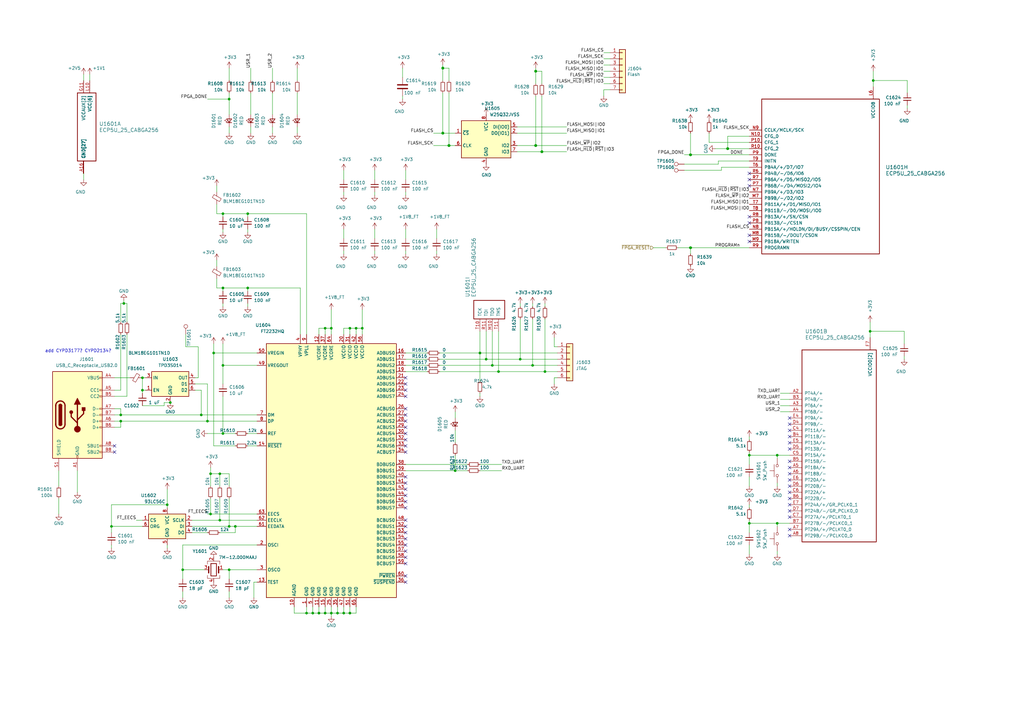
<source format=kicad_sch>
(kicad_sch (version 20211123) (generator eeschema)
  (paper "A3")
  (junction (at 130.81 251.46) (diameter 0.9144))
  (junction (at 93.98 215.9) (diameter 0.9144))
  (junction (at 93.98 233.68) (diameter 0.9144))
  (junction (at 49.53 172.72) (diameter 0.9144))
  (junction (at 307.34 214.63) (diameter 0.9144))
  (junction (at 93.98 40.64) (diameter 0.9144))
  (junction (at 218.44 149.86) (diameter 0.9144))
  (junction (at 181.61 27.94) (diameter 1.016))
  (junction (at 140.97 251.46) (diameter 0.9144))
  (junction (at 90.17 194.31) (diameter 0.9144))
  (junction (at 219.71 29.21) (diameter 1.016))
  (junction (at 181.61 54.61) (diameter 1.016))
  (junction (at 45.72 215.9) (diameter 0.9144))
  (junction (at 125.73 251.46) (diameter 0.9144))
  (junction (at 219.71 59.69) (diameter 1.016))
  (junction (at 199.39 147.32) (diameter 0.9144))
  (junction (at 138.43 251.46) (diameter 0.9144))
  (junction (at 58.42 154.94) (diameter 0.9144))
  (junction (at 101.6 118.11) (diameter 0.9144))
  (junction (at 148.59 134.62) (diameter 0.9144))
  (junction (at 146.05 134.62) (diameter 0.9144))
  (junction (at 49.53 170.18) (diameter 0.9144))
  (junction (at 143.51 134.62) (diameter 0.9144))
  (junction (at 128.27 251.46) (diameter 0.9144))
  (junction (at 86.36 194.31) (diameter 0.9144))
  (junction (at 135.89 251.46) (diameter 0.9144))
  (junction (at 358.14 33.02) (diameter 0.9144))
  (junction (at 307.34 186.69) (diameter 0.9144))
  (junction (at 74.93 233.68) (diameter 0.9144))
  (junction (at 184.15 59.69) (diameter 1.016))
  (junction (at 69.85 165.1) (diameter 0.9144))
  (junction (at 201.93 149.86) (diameter 0.9144))
  (junction (at 186.69 193.04) (diameter 0.9144))
  (junction (at 133.35 251.46) (diameter 0.9144))
  (junction (at 68.58 207.01) (diameter 0.9144))
  (junction (at 283.21 63.5) (diameter 1.016))
  (junction (at 82.55 170.18) (diameter 0.9144))
  (junction (at 356.87 135.89) (diameter 0.9144))
  (junction (at 222.25 62.23) (diameter 1.016))
  (junction (at 50.8 124.46) (diameter 0.9144))
  (junction (at 58.42 160.02) (diameter 0.9144))
  (junction (at 91.44 149.86) (diameter 0.9144))
  (junction (at 196.85 144.78) (diameter 0.9144))
  (junction (at 223.52 152.4) (diameter 0.9144))
  (junction (at 204.47 152.4) (diameter 0.9144))
  (junction (at 133.35 134.62) (diameter 0.9144))
  (junction (at 101.6 87.63) (diameter 0.9144))
  (junction (at 213.36 147.32) (diameter 0.9144))
  (junction (at 90.17 213.36) (diameter 0.9144))
  (junction (at 91.44 177.8) (diameter 0.9144))
  (junction (at 86.36 210.82) (diameter 0.9144))
  (junction (at 96.52 215.9) (diameter 0.9144))
  (junction (at 318.77 214.63) (diameter 0.9144))
  (junction (at 85.09 172.72) (diameter 0.9144))
  (junction (at 298.45 60.96) (diameter 1.016))
  (junction (at 283.21 101.6) (diameter 1.016))
  (junction (at 318.77 186.69) (diameter 0.9144))
  (junction (at 91.44 87.63) (diameter 0.9144))
  (junction (at 143.51 251.46) (diameter 0.9144))
  (junction (at 135.89 134.62) (diameter 0.9144))
  (junction (at 91.44 118.11) (diameter 0.9144))
  (junction (at 87.63 144.78) (diameter 0.9144))
  (no_connect (at 166.37 205.74))
  (no_connect (at 166.37 223.52))
  (no_connect (at 166.37 203.2))
  (no_connect (at 323.85 184.15))
  (no_connect (at 166.37 170.18))
  (no_connect (at 323.85 191.77))
  (no_connect (at 166.37 177.8))
  (no_connect (at 323.85 209.55))
  (no_connect (at 166.37 231.14))
  (no_connect (at 166.37 226.06))
  (no_connect (at 323.85 204.47))
  (no_connect (at 166.37 195.58))
  (no_connect (at 323.85 199.39))
  (no_connect (at 166.37 167.64))
  (no_connect (at 323.85 196.85))
  (no_connect (at 323.85 171.45))
  (no_connect (at 323.85 179.07))
  (no_connect (at 166.37 185.42))
  (no_connect (at 307.34 91.44))
  (no_connect (at 166.37 220.98))
  (no_connect (at 307.34 71.12))
  (no_connect (at 323.85 212.09))
  (no_connect (at 307.34 76.2))
  (no_connect (at 166.37 218.44))
  (no_connect (at 323.85 173.99))
  (no_connect (at 166.37 160.02))
  (no_connect (at 166.37 200.66))
  (no_connect (at 166.37 213.36))
  (no_connect (at 323.85 176.53))
  (no_connect (at 166.37 236.22))
  (no_connect (at 166.37 175.26))
  (no_connect (at 166.37 198.12))
  (no_connect (at 166.37 238.76))
  (no_connect (at 166.37 172.72))
  (no_connect (at 46.99 185.42))
  (no_connect (at 166.37 182.88))
  (no_connect (at 166.37 208.28))
  (no_connect (at 166.37 154.94))
  (no_connect (at 307.34 96.52))
  (no_connect (at 307.34 88.9))
  (no_connect (at 166.37 180.34))
  (no_connect (at 323.85 181.61))
  (no_connect (at 323.85 201.93))
  (no_connect (at 323.85 194.31))
  (no_connect (at 323.85 219.71))
  (no_connect (at 323.85 207.01))
  (no_connect (at 323.85 189.23))
  (no_connect (at 166.37 215.9))
  (no_connect (at 323.85 217.17))
  (no_connect (at 166.37 157.48))
  (no_connect (at 166.37 162.56))
  (no_connect (at 307.34 99.06))
  (no_connect (at 166.37 228.6))
  (no_connect (at 307.34 73.66))
  (no_connect (at 46.99 182.88))
  (wire (pts (xy 307.34 207.01) (xy 307.34 208.28)))
  (wire (pts (xy 166.37 147.32) (xy 175.26 147.32)))
  (wire (pts (xy 111.76 38.1) (xy 111.76 46.99)))
  (wire (pts (xy 180.34 152.4) (xy 204.47 152.4)))
  (wire (pts (xy 298.45 55.88) (xy 298.45 60.96)))
  (wire (pts (xy 247.65 29.21) (xy 250.19 29.21)))
  (wire (pts (xy 370.84 135.89) (xy 356.87 135.89)))
  (wire (pts (xy 320.04 163.83) (xy 323.85 163.83)))
  (wire (pts (xy 101.6 182.88) (xy 105.41 182.88)))
  (wire (pts (xy 78.74 213.36) (xy 90.17 213.36)))
  (wire (pts (xy 219.71 39.37) (xy 219.71 59.69)))
  (wire (pts (xy 91.44 149.86) (xy 91.44 157.48)))
  (wire (pts (xy 46.99 154.94) (xy 53.34 154.94)))
  (wire (pts (xy 219.71 59.69) (xy 232.41 59.69)))
  (wire (pts (xy 34.29 30.48) (xy 34.29 33.02)))
  (wire (pts (xy 143.51 251.46) (xy 140.97 251.46)))
  (wire (pts (xy 93.98 52.07) (xy 93.98 54.61)))
  (wire (pts (xy 49.53 172.72) (xy 85.09 172.72)))
  (wire (pts (xy 50.8 123.19) (xy 50.8 124.46)))
  (wire (pts (xy 247.65 36.83) (xy 247.65 39.37)))
  (wire (pts (xy 88.9 106.68) (xy 88.9 109.22)))
  (wire (pts (xy 82.55 170.18) (xy 105.41 170.18)))
  (wire (pts (xy 212.09 62.23) (xy 222.25 62.23)))
  (wire (pts (xy 85.09 157.48) (xy 85.09 172.72)))
  (wire (pts (xy 49.53 170.18) (xy 82.55 170.18)))
  (wire (pts (xy 91.44 140.97) (xy 91.44 149.86)))
  (wire (pts (xy 213.36 130.81) (xy 213.36 147.32)))
  (wire (pts (xy 320.04 168.91) (xy 323.85 168.91)))
  (wire (pts (xy 121.92 27.94) (xy 121.92 33.02)))
  (wire (pts (xy 166.37 193.04) (xy 186.69 193.04)))
  (wire (pts (xy 34.29 71.12) (xy 34.29 73.66)))
  (wire (pts (xy 90.17 204.47) (xy 90.17 213.36)))
  (wire (pts (xy 184.15 27.94) (xy 181.61 27.94)))
  (wire (pts (xy 247.65 24.13) (xy 250.19 24.13)))
  (wire (pts (xy 280.67 69.85) (xy 295.91 69.85)))
  (wire (pts (xy 24.13 193.04) (xy 24.13 199.39)))
  (wire (pts (xy 105.41 149.86) (xy 91.44 149.86)))
  (wire (pts (xy 186.69 176.53) (xy 186.69 181.61)))
  (wire (pts (xy 307.34 55.88) (xy 298.45 55.88)))
  (wire (pts (xy 101.6 118.11) (xy 101.6 119.38)))
  (wire (pts (xy 91.44 233.68) (xy 93.98 233.68)))
  (wire (pts (xy 93.98 215.9) (xy 96.52 215.9)))
  (wire (pts (xy 96.52 215.9) (xy 105.41 215.9)))
  (wire (pts (xy 93.98 204.47) (xy 93.98 215.9)))
  (wire (pts (xy 201.93 149.86) (xy 201.93 135.89)))
  (wire (pts (xy 52.07 137.16) (xy 52.07 162.56)))
  (wire (pts (xy 46.99 160.02) (xy 49.53 160.02)))
  (wire (pts (xy 101.6 177.8) (xy 105.41 177.8)))
  (wire (pts (xy 133.35 134.62) (xy 133.35 137.16)))
  (wire (pts (xy 356.87 132.08) (xy 356.87 135.89)))
  (wire (pts (xy 88.9 83.82) (xy 88.9 87.63)))
  (wire (pts (xy 148.59 127) (xy 148.59 134.62)))
  (wire (pts (xy 283.21 54.61) (xy 283.21 63.5)))
  (wire (pts (xy 228.6 154.94) (xy 227.33 154.94)))
  (wire (pts (xy 87.63 140.97) (xy 87.63 144.78)))
  (wire (pts (xy 199.39 147.32) (xy 213.36 147.32)))
  (wire (pts (xy 74.93 233.68) (xy 83.82 233.68)))
  (wire (pts (xy 31.75 193.04) (xy 31.75 201.93)))
  (wire (pts (xy 120.65 251.46) (xy 125.73 251.46)))
  (wire (pts (xy 358.14 33.02) (xy 358.14 35.56)))
  (wire (pts (xy 128.27 248.92) (xy 128.27 251.46)))
  (wire (pts (xy 87.63 182.88) (xy 87.63 144.78)))
  (wire (pts (xy 318.77 186.69) (xy 323.85 186.69)))
  (wire (pts (xy 166.37 152.4) (xy 175.26 152.4)))
  (wire (pts (xy 91.44 118.11) (xy 101.6 118.11)))
  (wire (pts (xy 88.9 114.3) (xy 88.9 118.11)))
  (wire (pts (xy 370.84 135.89) (xy 370.84 140.97)))
  (wire (pts (xy 318.77 214.63) (xy 318.77 215.9)))
  (wire (pts (xy 166.37 102.87) (xy 166.37 104.14)))
  (wire (pts (xy 102.87 27.94) (xy 102.87 33.02)))
  (wire (pts (xy 250.19 21.59) (xy 247.65 21.59)))
  (wire (pts (xy 128.27 251.46) (xy 130.81 251.46)))
  (wire (pts (xy 86.36 194.31) (xy 90.17 194.31)))
  (wire (pts (xy 101.6 87.63) (xy 125.73 87.63)))
  (wire (pts (xy 196.85 161.29) (xy 196.85 162.56)))
  (wire (pts (xy 227.33 138.43) (xy 227.33 142.24)))
  (wire (pts (xy 181.61 27.94) (xy 181.61 33.02)))
  (wire (pts (xy 85.09 177.8) (xy 91.44 177.8)))
  (wire (pts (xy 290.83 58.42) (xy 307.34 58.42)))
  (wire (pts (xy 204.47 152.4) (xy 204.47 135.89)))
  (wire (pts (xy 307.34 223.52) (xy 307.34 227.33)))
  (wire (pts (xy 50.8 124.46) (xy 52.07 124.46)))
  (wire (pts (xy 105.41 223.52) (xy 74.93 223.52)))
  (wire (pts (xy 133.35 251.46) (xy 135.89 251.46)))
  (wire (pts (xy 307.34 214.63) (xy 307.34 218.44)))
  (wire (pts (xy 67.31 165.1) (xy 69.85 165.1)))
  (wire (pts (xy 46.99 167.64) (xy 49.53 167.64)))
  (wire (pts (xy 93.98 40.64) (xy 93.98 46.99)))
  (wire (pts (xy 130.81 134.62) (xy 130.81 137.16)))
  (wire (pts (xy 298.45 60.96) (xy 307.34 60.96)))
  (wire (pts (xy 45.72 215.9) (xy 45.72 218.44)))
  (wire (pts (xy 278.13 101.6) (xy 283.21 101.6)))
  (wire (pts (xy 222.25 29.21) (xy 222.25 34.29)))
  (wire (pts (xy 88.9 76.2) (xy 88.9 78.74)))
  (wire (pts (xy 88.9 118.11) (xy 91.44 118.11)))
  (wire (pts (xy 180.34 144.78) (xy 196.85 144.78)))
  (wire (pts (xy 184.15 59.69) (xy 186.69 59.69)))
  (wire (pts (xy 146.05 251.46) (xy 143.51 251.46)))
  (wire (pts (xy 138.43 248.92) (xy 138.43 251.46)))
  (wire (pts (xy 140.97 134.62) (xy 143.51 134.62)))
  (wire (pts (xy 219.71 29.21) (xy 222.25 29.21)))
  (wire (pts (xy 45.72 207.01) (xy 68.58 207.01)))
  (wire (pts (xy 49.53 167.64) (xy 49.53 170.18)))
  (wire (pts (xy 196.85 144.78) (xy 196.85 135.89)))
  (wire (pts (xy 143.51 134.62) (xy 143.51 137.16)))
  (wire (pts (xy 96.52 182.88) (xy 87.63 182.88)))
  (wire (pts (xy 180.34 149.86) (xy 201.93 149.86)))
  (wire (pts (xy 86.36 210.82) (xy 105.41 210.82)))
  (wire (pts (xy 58.42 160.02) (xy 58.42 161.29)))
  (wire (pts (xy 135.89 251.46) (xy 135.89 252.73)))
  (wire (pts (xy 78.74 215.9) (xy 93.98 215.9)))
  (wire (pts (xy 140.97 251.46) (xy 138.43 251.46)))
  (wire (pts (xy 140.97 78.74) (xy 140.97 80.01)))
  (wire (pts (xy 320.04 161.29) (xy 323.85 161.29)))
  (wire (pts (xy 146.05 248.92) (xy 146.05 251.46)))
  (wire (pts (xy 250.19 36.83) (xy 247.65 36.83)))
  (wire (pts (xy 186.69 168.91) (xy 186.69 171.45)))
  (wire (pts (xy 223.52 130.81) (xy 223.52 152.4)))
  (wire (pts (xy 247.65 34.29) (xy 250.19 34.29)))
  (wire (pts (xy 123.19 118.11) (xy 123.19 137.16)))
  (wire (pts (xy 90.17 218.44) (xy 96.52 218.44)))
  (wire (pts (xy 133.35 134.62) (xy 130.81 134.62)))
  (wire (pts (xy 133.35 248.92) (xy 133.35 251.46)))
  (wire (pts (xy 219.71 27.94) (xy 219.71 29.21)))
  (wire (pts (xy 68.58 207.01) (xy 68.58 208.28)))
  (wire (pts (xy 58.42 166.37) (xy 67.31 166.37)))
  (wire (pts (xy 227.33 154.94) (xy 227.33 157.48)))
  (wire (pts (xy 166.37 190.5) (xy 191.77 190.5)))
  (wire (pts (xy 201.93 149.86) (xy 218.44 149.86)))
  (wire (pts (xy 135.89 127) (xy 135.89 134.62)))
  (wire (pts (xy 372.11 43.18) (xy 372.11 44.45)))
  (wire (pts (xy 212.09 59.69) (xy 219.71 59.69)))
  (wire (pts (xy 179.07 93.98) (xy 179.07 97.79)))
  (wire (pts (xy 58.42 215.9) (xy 45.72 215.9)))
  (wire (pts (xy 307.34 195.58) (xy 307.34 199.39)))
  (wire (pts (xy 283.21 63.5) (xy 307.34 63.5)))
  (wire (pts (xy 146.05 134.62) (xy 146.05 137.16)))
  (wire (pts (xy 93.98 242.57) (xy 93.98 245.11)))
  (wire (pts (xy 104.14 238.76) (xy 104.14 245.11)))
  (wire (pts (xy 49.53 170.18) (xy 46.99 170.18)))
  (wire (pts (xy 85.09 210.82) (xy 86.36 210.82)))
  (wire (pts (xy 91.44 162.56) (xy 91.44 177.8)))
  (wire (pts (xy 213.36 147.32) (xy 228.6 147.32)))
  (wire (pts (xy 294.64 66.04) (xy 307.34 66.04)))
  (wire (pts (xy 177.8 59.69) (xy 184.15 59.69)))
  (wire (pts (xy 166.37 149.86) (xy 175.26 149.86)))
  (wire (pts (xy 140.97 69.85) (xy 140.97 73.66)))
  (wire (pts (xy 370.84 146.05) (xy 370.84 147.32)))
  (wire (pts (xy 222.25 62.23) (xy 232.41 62.23)))
  (wire (pts (xy 135.89 134.62) (xy 135.89 137.16)))
  (wire (pts (xy 138.43 251.46) (xy 135.89 251.46)))
  (wire (pts (xy 212.09 52.07) (xy 232.41 52.07)))
  (wire (pts (xy 121.92 38.1) (xy 121.92 46.99)))
  (wire (pts (xy 280.67 63.5) (xy 283.21 63.5)))
  (wire (pts (xy 267.97 101.6) (xy 273.05 101.6)))
  (wire (pts (xy 165.1 27.94) (xy 165.1 31.75)))
  (wire (pts (xy 45.72 215.9) (xy 45.72 207.01)))
  (wire (pts (xy 280.67 67.31) (xy 294.64 67.31)))
  (wire (pts (xy 318.77 214.63) (xy 323.85 214.63)))
  (wire (pts (xy 102.87 38.1) (xy 102.87 46.99)))
  (wire (pts (xy 125.73 248.92) (xy 125.73 251.46)))
  (wire (pts (xy 204.47 152.4) (xy 223.52 152.4)))
  (wire (pts (xy 52.07 124.46) (xy 52.07 132.08)))
  (wire (pts (xy 358.14 29.21) (xy 358.14 33.02)))
  (wire (pts (xy 91.44 177.8) (xy 96.52 177.8)))
  (wire (pts (xy 223.52 124.46) (xy 223.52 125.73)))
  (wire (pts (xy 227.33 142.24) (xy 228.6 142.24)))
  (wire (pts (xy 59.69 160.02) (xy 58.42 160.02)))
  (wire (pts (xy 135.89 248.92) (xy 135.89 251.46)))
  (wire (pts (xy 223.52 152.4) (xy 228.6 152.4)))
  (wire (pts (xy 80.01 157.48) (xy 85.09 157.48)))
  (wire (pts (xy 76.2 142.24) (xy 76.2 137.16)))
  (wire (pts (xy 81.28 142.24) (xy 76.2 142.24)))
  (wire (pts (xy 81.28 154.94) (xy 80.01 154.94)))
  (wire (pts (xy 213.36 125.73) (xy 213.36 124.46)))
  (wire (pts (xy 181.61 38.1) (xy 181.61 54.61)))
  (wire (pts (xy 86.36 194.31) (xy 86.36 199.39)))
  (wire (pts (xy 93.98 233.68) (xy 93.98 237.49)))
  (wire (pts (xy 247.65 26.67) (xy 250.19 26.67)))
  (wire (pts (xy 50.8 124.46) (xy 49.53 124.46)))
  (wire (pts (xy 87.63 144.78) (xy 105.41 144.78)))
  (wire (pts (xy 125.73 251.46) (xy 128.27 251.46)))
  (wire (pts (xy 318.77 186.69) (xy 318.77 187.96)))
  (wire (pts (xy 101.6 118.11) (xy 123.19 118.11)))
  (wire (pts (xy 101.6 93.98) (xy 101.6 95.25)))
  (wire (pts (xy 143.51 134.62) (xy 146.05 134.62)))
  (wire (pts (xy 318.77 198.12) (xy 318.77 199.39)))
  (wire (pts (xy 196.85 144.78) (xy 196.85 156.21)))
  (wire (pts (xy 80.01 160.02) (xy 82.55 160.02)))
  (wire (pts (xy 153.67 78.74) (xy 153.67 80.01)))
  (wire (pts (xy 318.77 226.06) (xy 318.77 227.33)))
  (wire (pts (xy 74.93 233.68) (xy 74.93 237.49)))
  (wire (pts (xy 140.97 137.16) (xy 140.97 134.62)))
  (wire (pts (xy 90.17 213.36) (xy 105.41 213.36)))
  (wire (pts (xy 91.44 118.11) (xy 91.44 119.38)))
  (wire (pts (xy 91.44 87.63) (xy 91.44 88.9)))
  (wire (pts (xy 102.87 52.07) (xy 102.87 54.61)))
  (wire (pts (xy 140.97 93.98) (xy 140.97 97.79)))
  (wire (pts (xy 93.98 38.1) (xy 93.98 40.64)))
  (wire (pts (xy 49.53 175.26) (xy 46.99 175.26)))
  (wire (pts (xy 24.13 204.47) (xy 24.13 210.82)))
  (wire (pts (xy 307.34 179.07) (xy 307.34 180.34)))
  (wire (pts (xy 121.92 52.07) (xy 121.92 54.61)))
  (wire (pts (xy 130.81 248.92) (xy 130.81 251.46)))
  (wire (pts (xy 184.15 27.94) (xy 184.15 33.02)))
  (wire (pts (xy 165.1 39.37) (xy 165.1 40.64)))
  (wire (pts (xy 247.65 31.75) (xy 250.19 31.75)))
  (wire (pts (xy 93.98 27.94) (xy 93.98 33.02)))
  (wire (pts (xy 153.67 93.98) (xy 153.67 97.79)))
  (wire (pts (xy 222.25 39.37) (xy 222.25 62.23)))
  (wire (pts (xy 90.17 194.31) (xy 90.17 199.39)))
  (wire (pts (xy 218.44 130.81) (xy 218.44 149.86)))
  (wire (pts (xy 140.97 248.92) (xy 140.97 251.46)))
  (wire (pts (xy 111.76 52.07) (xy 111.76 54.61)))
  (wire (pts (xy 125.73 87.63) (xy 125.73 137.16)))
  (wire (pts (xy 146.05 134.62) (xy 148.59 134.62)))
  (wire (pts (xy 180.34 147.32) (xy 199.39 147.32)))
  (wire (pts (xy 105.41 238.76) (xy 104.14 238.76)))
  (wire (pts (xy 196.85 190.5) (xy 205.74 190.5)))
  (wire (pts (xy 307.34 186.69) (xy 318.77 186.69)))
  (wire (pts (xy 166.37 69.85) (xy 166.37 73.66)))
  (wire (pts (xy 49.53 137.16) (xy 49.53 160.02)))
  (wire (pts (xy 177.8 54.61) (xy 181.61 54.61)))
  (wire (pts (xy 153.67 102.87) (xy 153.67 104.14)))
  (wire (pts (xy 148.59 134.62) (xy 148.59 137.16)))
  (wire (pts (xy 153.67 69.85) (xy 153.67 73.66)))
  (wire (pts (xy 85.09 172.72) (xy 105.41 172.72)))
  (wire (pts (xy 283.21 101.6) (xy 307.34 101.6)))
  (wire (pts (xy 181.61 54.61) (xy 186.69 54.61)))
  (wire (pts (xy 307.34 186.69) (xy 307.34 190.5)))
  (wire (pts (xy 196.85 144.78) (xy 228.6 144.78)))
  (wire (pts (xy 166.37 144.78) (xy 175.26 144.78)))
  (wire (pts (xy 46.99 162.56) (xy 52.07 162.56)))
  (wire (pts (xy 290.83 54.61) (xy 290.83 58.42)))
  (wire (pts (xy 68.58 200.66) (xy 68.58 207.01)))
  (wire (pts (xy 218.44 149.86) (xy 228.6 149.86)))
  (wire (pts (xy 130.81 251.46) (xy 133.35 251.46)))
  (wire (pts (xy 78.74 218.44) (xy 85.09 218.44)))
  (wire (pts (xy 101.6 124.46) (xy 101.6 125.73)))
  (wire (pts (xy 74.93 242.57) (xy 74.93 245.11)))
  (wire (pts (xy 196.85 193.04) (xy 205.74 193.04)))
  (wire (pts (xy 68.58 223.52) (xy 68.58 224.79)))
  (wire (pts (xy 93.98 194.31) (xy 93.98 199.39)))
  (wire (pts (xy 36.83 30.48) (xy 36.83 33.02)))
  (wire (pts (xy 356.87 135.89) (xy 356.87 138.43)))
  (wire (pts (xy 88.9 87.63) (xy 91.44 87.63)))
  (wire (pts (xy 372.11 33.02) (xy 358.14 33.02)))
  (wire (pts (xy 101.6 87.63) (xy 101.6 88.9)))
  (wire (pts (xy 179.07 102.87) (xy 179.07 104.14)))
  (wire (pts (xy 67.31 166.37) (xy 67.31 165.1)))
  (wire (pts (xy 55.88 213.36) (xy 58.42 213.36)))
  (wire (pts (xy 74.93 223.52) (xy 74.93 233.68)))
  (wire (pts (xy 96.52 218.44) (xy 96.52 215.9)))
  (wire (pts (xy 135.89 134.62) (xy 133.35 134.62)))
  (wire (pts (xy 81.28 142.24) (xy 81.28 154.94)))
  (wire (pts (xy 199.39 147.32) (xy 199.39 135.89)))
  (wire (pts (xy 143.51 248.92) (xy 143.51 251.46)))
  (wire (pts (xy 181.61 26.67) (xy 181.61 27.94)))
  (wire (pts (xy 186.69 193.04) (xy 191.77 193.04)))
  (wire (pts (xy 219.71 29.21) (xy 219.71 34.29)))
  (wire (pts (xy 294.64 67.31) (xy 294.64 66.04)))
  (wire (pts (xy 293.37 60.96) (xy 298.45 60.96)))
  (wire (pts (xy 283.21 104.14) (xy 283.21 101.6)))
  (wire (pts (xy 49.53 172.72) (xy 49.53 175.26)))
  (wire (pts (xy 166.37 93.98) (xy 166.37 97.79)))
  (wire (pts (xy 91.44 87.63) (xy 101.6 87.63)))
  (wire (pts (xy 307.34 213.36) (xy 307.34 214.63)))
  (wire (pts (xy 295.91 68.58) (xy 307.34 68.58)))
  (wire (pts (xy 85.09 40.64) (xy 93.98 40.64)))
  (wire (pts (xy 86.36 204.47) (xy 86.36 210.82)))
  (wire (pts (xy 82.55 160.02) (xy 82.55 170.18)))
  (wire (pts (xy 372.11 33.02) (xy 372.11 38.1)))
  (wire (pts (xy 90.17 194.31) (xy 93.98 194.31)))
  (wire (pts (xy 91.44 124.46) (xy 91.44 125.73)))
  (wire (pts (xy 93.98 233.68) (xy 105.41 233.68)))
  (wire (pts (xy 186.69 193.04) (xy 186.69 186.69)))
  (wire (pts (xy 184.15 38.1) (xy 184.15 59.69)))
  (wire (pts (xy 49.53 124.46) (xy 49.53 132.08)))
  (wire (pts (xy 295.91 69.85) (xy 295.91 68.58)))
  (wire (pts (xy 320.04 166.37) (xy 323.85 166.37)))
  (wire (pts (xy 140.97 102.87) (xy 140.97 104.14)))
  (wire (pts (xy 120.65 248.92) (xy 120.65 251.46)))
  (wire (pts (xy 307.34 185.42) (xy 307.34 186.69)))
  (wire (pts (xy 111.76 27.94) (xy 111.76 33.02)))
  (wire (pts (xy 212.09 54.61) (xy 232.41 54.61)))
  (wire (pts (xy 218.44 124.46) (xy 218.44 125.73)))
  (wire (pts (xy 58.42 154.94) (xy 59.69 154.94)))
  (wire (pts (xy 86.36 191.77) (xy 86.36 194.31)))
  (wire (pts (xy 307.34 214.63) (xy 318.77 214.63)))
  (wire (pts (xy 91.44 93.98) (xy 91.44 95.25)))
  (wire (pts (xy 46.99 172.72) (xy 49.53 172.72)))
  (wire (pts (xy 166.37 78.74) (xy 166.37 80.01)))
  (wire (pts (xy 45.72 223.52) (xy 45.72 224.79)))
  (wire (pts (xy 58.42 160.02) (xy 58.42 154.94)))
  (text "add CYPD3177? CYPD2134?" (at 45.72 144.78 180) (effects (font (size 1.27 1.27)) (justify right bottom)))
  (label "FLASH_MISO|IO1" (at 307.34 83.82 180))
  (label "FLASH_SCK" (at 247.65 24.13 180))
  (label "FLASH_~{WP}|IO2" (at 232.41 59.69 0))
  (label "PROGRAMn" (at 303.53 101.6 180))
  (label "FLASH_~{HLD}|~{RST}|IO3" (at 232.41 62.23 0))
  (label "FLASH_MISO|IO1" (at 232.41 54.61 0))
  (label "FLASH_~{WP}|IO2" (at 307.34 81.28 180))
  (label "FLASH_~{HLD}|~{RST}|IO3" (at 307.34 78.74 180))
  (label "FLASH_SCK" (at 177.8 59.69 180))
  (label "USR_2" (at 111.76 27.94 90))
  (label "TXD_UART" (at 320.04 161.29 180))
  (label "FT_EECS" (at 85.09 210.82 180))
  (label "USR_1" (at 320.04 166.37 180))
  (label "USR_1" (at 102.87 27.94 90))
  (label "USR_2" (at 320.04 168.91 180))
  (label "FLASH_CS" (at 177.8 54.61 180))
  (label "FLASH_MOSI|IO0" (at 247.65 26.67 180))
  (label "RXD_UART" (at 320.04 163.83 180))
  (label "FT_EECS" (at 55.88 213.36 180))
  (label "RXD_UART" (at 205.74 193.04 0))
  (label "FLASH_CS" (at 247.65 21.59 180))
  (label "DONE" (at 304.8 63.5 180))
  (label "TXD_UART" (at 205.74 190.5 0))
  (label "FPGA_DONE" (at 280.67 63.5 180))
  (label "FLASH_~{HLD}|~{RST}|IO3" (at 247.65 34.29 180))
  (label "FLASH_MOSI|IO0" (at 232.41 52.07 0))
  (label "FLASH_MOSI|IO0" (at 307.34 86.36 180))
  (label "FLASH_~{WP}|IO2" (at 247.65 31.75 180))
  (label "FLASH_MISO|IO1" (at 247.65 29.21 180))
  (label "FPGA_DONE" (at 85.09 40.64 180))
  (label "FLASH_SCK" (at 307.34 53.34 180))
  (label "FLASH_CS" (at 307.34 93.98 180))
  (hierarchical_label "~{FPGA_RESET}" (shape input) (at 267.97 101.6 180))
  (symbol (lib_id "Device:R_Small") (at 86.36 201.93 0) (unit 1)
    (property "Reference" "R1605" (at 85.09 204.47 90) (effects (justify right)))
    (property "Value" "10k" (at 85.09 195.58 90) (effects (justify right)))
    (property "Footprint" "Resistor_SMD:R_0402_1005Metric" (effects hide))
    (property "Source" "ANY" (effects hide))
    (property "Key" "res-0402-10k" (effects hide))
  )
  (symbol (lib_id "Device:R_Small") (at 290.83 52.07 0) (unit 1)
    (property "Reference" "R1640" (at 298.45 49.53 0) (effects (justify right)))
    (property "Value" "1k" (at 294.64 52.07 0) (effects (justify right)))
    (property "Footprint" "Resistor_SMD:R_0402_1005Metric" (effects hide))
    (property "Source" "ANY" (effects hide))
    (property "Key" "res-0402-10k" (effects hide))
  )
  (symbol (lib_id "Device:C") (at 165.1 35.56 0) (mirror y) (unit 1)
    (property "Reference" "C1614" (at 172.72 33.02 0) (effects (justify left)))
    (property "Value" "100 nF" (at 172.72 38.1 0) (effects (justify left)))
    (property "Footprint" "Capacitor_SMD:C_0402_1005Metric" (effects hide))
  )
  (symbol (lib_id "Device:C_Small") (at 101.6 121.92 0) (unit 1)
    (property "Reference" "C1609" (at 104.14 120.65 0) (effects (justify left)))
    (property "Value" "100 nF" (at 104.14 123.19 0) (effects (justify left)))
    (property "Footprint" "Capacitor_SMD:C_0402_1005Metric" (effects hide))
  )
  (symbol (lib_id "power:GND") (at 166.37 80.01 0) (mirror y) (unit 1)
    (property "Reference" "#PWR01647" (effects hide))
    (property "Value" "GND" (at 165.1 85.09 0))
  )
  (symbol (lib_id "power:GND") (at 69.85 165.1 0) (unit 1)
    (property "Reference" "#PWR01610" (effects hide))
    (property "Value" "GND" (at 69.85 168.91 0))
  )
  (symbol (lib_id "Device:R_Small") (at 99.06 182.88 270) (unit 1)
    (property "Reference" "R1611" (at 96.52 181.61 90) (effects (justify right)))
    (property "Value" "2.2k" (at 105.41 181.61 90) (effects (justify right)))
    (property "Footprint" "Resistor_SMD:R_0402_1005Metric" (effects hide))
    (property "Source" "ANY" (effects hide))
    (property "Key" "res-0402-10k" (effects hide))
  )
  (symbol (lib_id "power:+3V3") (at 93.98 27.94 0) (unit 1)
    (property "Reference" "#PWR01623" (effects hide))
    (property "Value" "+3V3" (at 94.361 23.4696 0))
  )
  (symbol (lib_id "Device:FerriteBead_Small") (at 88.9 81.28 0) (unit 1)
    (property "Reference" "FB1602" (at 91.44 80.01 0) (effects (justify left)))
    (property "Value" "BLM18EG101TN1D" (at 91.44 82.55 0) (effects (justify left)))
    (property "Footprint" "Inductor_SMD:L_0603_1608Metric" (effects hide))
  )
  (symbol (lib_id "Device:C_Small") (at 45.72 220.98 0) (unit 1)
    (property "Reference" "C1601" (at 48.26 219.71 0) (effects (justify left)))
    (property "Value" "100 nF" (at 48.26 222.25 0) (effects (justify left)))
    (property "Footprint" "Capacitor_SMD:C_0402_1005Metric" (effects hide))
  )
  (symbol (lib_id "Connector:USB_C_Receptacle_USB2.0") (at 31.75 170.18 0) (unit 1)
    (property "Reference" "J1601" (at 35.56 147.32 0))
    (property "Value" "USB_C_Receptacle_USB2.0" (at 35.56 149.86 0))
    (property "Footprint" "Connector_USB:USB_C_Receptacle_HRO_TYPE-C-31-M-12" (effects hide))
    (property "Datasheet" "https://www.usb.org/sites/default/files/documents/usb_type-c.zip" (effects hide))
  )
  (symbol (lib_id "jtk_rf:+1V8_FT") (at 135.89 127 0) (unit 1)
    (property "Reference" "#PWR01633" (effects hide))
    (property "Value" "+1V8_FT" (at 137.16 121.92 0))
  )
  (symbol (lib_id "Device:R_Small") (at 194.31 193.04 270) (unit 1)
    (property "Reference" "R1623" (at 191.77 191.77 90) (effects (justify right)))
    (property "Value" "100" (at 200.66 191.77 90) (effects (justify right)))
    (property "Footprint" "Resistor_SMD:R_0402_1005Metric" (effects hide))
    (property "Source" "ANY" (effects hide))
    (property "Key" "res-0402-10k" (effects hide))
  )
  (symbol (lib_id "power:GND") (at 165.1 40.64 0) (mirror y) (unit 1)
    (property "Reference" "#PWR01645" (effects hide))
    (property "Value" "GND" (at 163.83 45.72 0))
  )
  (symbol (lib_id "Device:R_Small") (at 218.44 128.27 180) (unit 1)
    (property "Reference" "R1627" (at 215.9 135.89 90) (effects (justify right)))
    (property "Value" "4.7k" (at 215.9 128.27 90) (effects (justify right)))
    (property "Footprint" "Resistor_SMD:R_0402_1005Metric" (effects hide))
    (property "Source" "ANY" (effects hide))
    (property "Key" "res-0402-10k" (effects hide))
  )
  (symbol (lib_id "Device:R_Small") (at 90.17 201.93 0) (unit 1)
    (property "Reference" "R1607" (at 88.9 204.47 90) (effects (justify right)))
    (property "Value" "10k" (at 88.9 195.58 90) (effects (justify right)))
    (property "Footprint" "Resistor_SMD:R_0402_1005Metric" (effects hide))
    (property "Source" "ANY" (effects hide))
    (property "Key" "res-0402-10k" (effects hide))
  )
  (symbol (lib_id "power:GND") (at 307.34 199.39 0) (unit 1)
    (property "Reference" "#PWR01678" (effects hide))
    (property "Value" "GND" (at 307.34 203.2 0))
  )
  (symbol (lib_id "Connector:TestPoint") (at 76.2 137.16 0) (unit 1) (in_bom no)
    (property "Reference" "TP1601" (at 77.47 138.43 90))
    (property "Value" "TestPoint" (effects hide))
    (property "Footprint" "TestPoint:TestPoint_Pad_D1.5mm" (effects hide))
  )
  (symbol (lib_id "power:GND") (at 101.6 125.73 0) (unit 1)
    (property "Reference" "#PWR01627" (effects hide))
    (property "Value" "GND" (at 101.6 129.54 0))
  )
  (symbol (lib_id "power:+3V3") (at 86.36 191.77 0) (unit 1)
    (property "Reference" "#PWR01614" (effects hide))
    (property "Value" "+3V3" (at 86.741 187.2996 0))
  )
  (symbol (lib_id "Device:R_Small") (at 213.36 128.27 180) (unit 1)
    (property "Reference" "R1626" (at 210.82 135.89 90) (effects (justify right)))
    (property "Value" "4.7k" (at 210.82 128.27 90) (effects (justify right)))
    (property "Footprint" "Resistor_SMD:R_0402_1005Metric" (effects hide))
    (property "Source" "ANY" (effects hide))
    (property "Key" "res-0402-10k" (effects hide))
  )
  (symbol (lib_id "Device:R_Small") (at 93.98 201.93 0) (unit 1)
    (property "Reference" "R1609" (at 92.71 204.47 90) (effects (justify right)))
    (property "Value" "10k" (at 92.71 195.58 90) (effects (justify right)))
    (property "Footprint" "Resistor_SMD:R_0402_1005Metric" (effects hide))
    (property "Source" "ANY" (effects hide))
    (property "Key" "res-0402-10k" (effects hide))
  )
  (symbol (lib_id "power:+3V3") (at 140.97 69.85 0) (unit 1)
    (property "Reference" "#PWR01635" (effects hide))
    (property "Value" "+3V3" (at 141.351 65.3796 0))
  )
  (symbol (lib_id "Device:C_Small") (at 101.6 91.44 0) (unit 1)
    (property "Reference" "C1608" (at 104.14 90.17 0) (effects (justify left)))
    (property "Value" "100 nF" (at 104.14 92.71 0) (effects (justify left)))
    (property "Footprint" "Capacitor_SMD:C_0402_1005Metric" (effects hide))
  )
  (symbol (lib_id "power:GND") (at 227.33 157.48 0) (unit 1)
    (property "Reference" "#PWR01664" (effects hide))
    (property "Value" "GND" (at 227.33 161.29 0))
  )
  (symbol (lib_id "power:GND") (at 153.67 104.14 0) (mirror y) (unit 1)
    (property "Reference" "#PWR01643" (effects hide))
    (property "Value" "GND" (at 152.4 109.22 0))
  )
  (symbol (lib_id "Switch:SW_Push") (at 318.77 193.04 90) (unit 1)
    (property "Reference" "SW1601" (at 311.15 193.04 0))
    (property "Value" "SW_Push" (at 313.69 193.04 0))
    (property "Footprint" "Button_Switch_SMD:SW_SPST_CK_KXT3" (effects hide))
  )
  (symbol (lib_id "power:GND") (at 24.13 210.82 0) (unit 1)
    (property "Reference" "#PWR01601" (effects hide))
    (property "Value" "GND" (at 24.13 214.63 0))
  )
  (symbol (lib_id "power:+3V3") (at 140.97 93.98 0) (unit 1)
    (property "Reference" "#PWR01637" (effects hide))
    (property "Value" "+3V3" (at 141.351 89.5096 0))
  )
  (symbol (lib_id "Connector:TestPoint") (at 280.67 67.31 90) (unit 1) (in_bom no)
    (property "Reference" "TP1605" (at 273.05 66.04 90))
    (property "Value" "TestPoint" (effects hide))
    (property "Footprint" "TestPoint:TestPoint_Pad_D1.5mm" (effects hide))
  )
  (symbol (lib_id "Interface_USB:FT2232HQ") (at 135.89 193.04 0) (unit 1)
    (property "Reference" "U1604" (at 107.95 133.35 0))
    (property "Value" "FT2232HQ" (at 111.76 135.89 0))
    (property "Footprint" "Package_DFN_QFN:QFN-64-1EP_9x9mm_P0.5mm_EP4.35x4.35mm" (effects hide))
    (property "Datasheet" "https://www.ftdichip.com/Support/Documents/DataSheets/ICs/DS_FT2232H.pdf" (effects hide))
  )
  (symbol (lib_id "Device:R_Small") (at 181.61 35.56 0) (unit 1)
    (property "Reference" "R1619" (at 179.07 34.29 0) (effects (justify right)))
    (property "Value" "10k" (at 179.07 36.83 0) (effects (justify right)))
    (property "Footprint" "Resistor_SMD:R_0402_1005Metric" (effects hide))
    (property "Source" "ANY" (effects hide))
    (property "Key" "res-0402-10k" (effects hide))
  )
  (symbol (lib_id "power:GND") (at 50.8 123.19 180) (unit 1)
    (property "Reference" "#PWR01607" (effects hide))
    (property "Value" "GND" (at 50.8 119.38 0))
  )
  (symbol (lib_id "power:GND") (at 199.39 67.31 0) (unit 1)
    (property "Reference" "#PWR01656" (effects hide))
    (property "Value" "GND" (at 199.517 71.7804 0))
  )
  (symbol (lib_id "power:GND") (at 104.14 245.11 0) (unit 1)
    (property "Reference" "#PWR01629" (effects hide))
    (property "Value" "GND" (at 104.14 248.92 0))
  )
  (symbol (lib_id "jtk_rf:ECP5U_25_CABGA256") (at 196.85 135.89 90) (unit 9)
    (property "Reference" "U1601" (at 191.77 121.92 0) (effects (font (size 1.524 1.524)) (justify left)))
    (property "Value" "ECP5U_25_CABGA256" (at 194.31 121.92 0) (effects (font (size 1.524 1.524)) (justify left)))
    (property "Footprint" "Package_BGA:BGA-256_14.0x14.0mm_Layout16x16_P0.8mm_Ball0.45mm_Pad0.32mm_NSMD" (effects hide))
    (property "manf#" "ECP5U_25" (effects hide))
  )
  (symbol (lib_id "power:GND") (at 135.89 252.73 0) (unit 1)
    (property "Reference" "#PWR01634" (effects hide))
    (property "Value" "GND" (at 135.89 256.54 0))
  )
  (symbol (lib_id "power:+1V1") (at 36.83 30.48 0) (mirror y) (unit 1)
    (property "Reference" "#PWR01605" (effects hide))
    (property "Value" "+1V1" (at 40.64 27.94 0))
  )
  (symbol (lib_id "Device:R_Small") (at 177.8 147.32 270) (unit 1)
    (property "Reference" "R1616" (at 175.26 146.05 90) (effects (justify right)))
    (property "Value" "0" (at 182.88 146.05 90) (effects (justify right)))
    (property "Footprint" "Resistor_SMD:R_0402_1005Metric" (effects hide))
    (property "Source" "ANY" (effects hide))
    (property "Key" "res-0402-10k" (effects hide))
  )
  (symbol (lib_id "Device:R_Small") (at 283.21 52.07 0) (unit 1)
    (property "Reference" "R1638" (at 281.94 49.53 0) (effects (justify right)))
    (property "Value" "10k" (at 281.94 52.07 0) (effects (justify right)))
    (property "Footprint" "Resistor_SMD:R_0402_1005Metric" (effects hide))
    (property "Source" "ANY" (effects hide))
    (property "Key" "res-0402-10k" (effects hide))
  )
  (symbol (lib_id "Device:R_Small") (at 121.92 35.56 0) (unit 1)
    (property "Reference" "R1614" (at 119.38 34.29 0) (effects (justify right)))
    (property "Value" "10k" (at 119.38 36.83 0) (effects (justify right)))
    (property "Footprint" "Resistor_SMD:R_0402_1005Metric" (effects hide))
    (property "Source" "ANY" (effects hide))
    (property "Key" "res-0402-10k" (effects hide))
  )
  (symbol (lib_id "Connector_Generic:Conn_01x06") (at 233.68 147.32 0) (unit 1)
    (property "Reference" "J1603" (at 236.22 148.59 0) (effects (justify left)))
    (property "Value" "JTAG" (at 236.22 151.13 0) (effects (justify left)))
    (property "Footprint" "Connector_PinHeader_2.54mm:PinHeader_1x06_P2.54mm_Vertical" (effects hide))
  )
  (symbol (lib_id "power:GND") (at 140.97 80.01 0) (mirror y) (unit 1)
    (property "Reference" "#PWR01636" (effects hide))
    (property "Value" "GND" (at 139.7 85.09 0))
  )
  (symbol (lib_id "power:+3V3") (at 148.59 127 0) (unit 1)
    (property "Reference" "#PWR01639" (effects hide))
    (property "Value" "+3V3" (at 148.971 122.5296 0))
  )
  (symbol (lib_id "power:+3V3") (at 283.21 49.53 0) (unit 1)
    (property "Reference" "#PWR01672" (effects hide))
    (property "Value" "+3V3" (at 283.591 45.0596 0))
  )
  (symbol (lib_id "power:GND") (at 372.11 44.45 0) (mirror y) (unit 1)
    (property "Reference" "#PWR01685" (effects hide))
    (property "Value" "GND" (at 370.84 49.53 0))
  )
  (symbol (lib_id "power:GND") (at 85.09 177.8 270) (unit 1)
    (property "Reference" "#PWR01613" (effects hide))
    (property "Value" "GND" (at 81.28 177.8 0))
  )
  (symbol (lib_id "Device:R_Small") (at 283.21 106.68 180) (unit 1)
    (property "Reference" "R1639" (at 285.75 105.41 0) (effects (justify right)))
    (property "Value" "10k" (at 285.75 107.95 0) (effects (justify right)))
    (property "Footprint" "Resistor_SMD:R_0402_1005Metric" (effects hide))
    (property "Source" "ANY" (effects hide))
    (property "Key" "res-0402-10k" (effects hide))
  )
  (symbol (lib_id "Device:LED_Small") (at 111.76 49.53 90) (unit 1)
    (property "Reference" "D1603" (at 105.41 49.53 0))
    (property "Value" "RED" (at 107.95 49.53 0))
    (property "Footprint" "LED_SMD:LED_0603_1608Metric" (effects hide))
  )
  (symbol (lib_id "Device:Crystal_GND24") (at 87.63 233.68 0) (mirror y) (unit 1)
    (property "Reference" "Y1601" (at 85.09 226.06 0) (effects (justify left)))
    (property "Value" "7M-12.000MAAJ" (at 105.41 228.6 0) (effects (justify left)))
    (property "Footprint" "Crystal:Crystal_SMD_3225-4Pin_3.2x2.5mm" (effects hide))
  )
  (symbol (lib_id "Device:C_Small") (at 370.84 143.51 0) (mirror y) (unit 1)
    (property "Reference" "C1625" (at 368.3 142.8749 0) (effects (justify left)))
    (property "Value" "100 nF" (at 368.3 145.4149 0) (effects (justify left)))
    (property "Footprint" "Capacitor_SMD:C_0402_1005Metric" (effects hide))
  )
  (symbol (lib_id "power:GND") (at 370.84 147.32 0) (mirror y) (unit 1)
    (property "Reference" "#PWR01687" (effects hide))
    (property "Value" "GND" (at 369.57 152.4 0))
  )
  (symbol (lib_id "Device:C_Small") (at 307.34 193.04 0) (mirror y) (unit 1)
    (property "Reference" "C1621" (at 304.8 192.4049 0) (effects (justify left)))
    (property "Value" "100 nF" (at 304.8 194.9449 0) (effects (justify left)))
    (property "Footprint" "Capacitor_SMD:C_0402_1005Metric" (effects hide))
  )
  (symbol (lib_id "Device:R_Small") (at 111.76 35.56 0) (unit 1)
    (property "Reference" "R1613" (at 109.22 34.29 0) (effects (justify right)))
    (property "Value" "10k" (at 109.22 36.83 0) (effects (justify right)))
    (property "Footprint" "Resistor_SMD:R_0402_1005Metric" (effects hide))
    (property "Source" "ANY" (effects hide))
    (property "Key" "res-0402-10k" (effects hide))
  )
  (symbol (lib_id "Device:LED_Small") (at 102.87 49.53 90) (unit 1)
    (property "Reference" "D1602" (at 96.52 49.53 0))
    (property "Value" "RED" (at 99.06 49.53 0))
    (property "Footprint" "LED_SMD:LED_0603_1608Metric" (effects hide))
  )
  (symbol (lib_id "Device:R_Small") (at 186.69 184.15 0) (unit 1)
    (property "Reference" "R1621" (at 185.42 186.69 90) (effects (justify right)))
    (property "Value" "10k" (at 185.42 177.8 90) (effects (justify right)))
    (property "Footprint" "Resistor_SMD:R_0402_1005Metric" (effects hide))
    (property "Source" "ANY" (effects hide))
    (property "Key" "res-0402-10k" (effects hide))
  )
  (symbol (lib_id "Device:R_Small") (at 24.13 201.93 0) (unit 1)
    (property "Reference" "R1601" (at 21.59 200.66 0) (effects (justify right)))
    (property "Value" "100k" (at 21.59 203.2 0) (effects (justify right)))
    (property "Footprint" "Resistor_SMD:R_0402_1005Metric" (effects hide))
    (property "Source" "ANY" (effects hide))
    (property "Key" "res-0402-10k" (effects hide))
  )
  (symbol (lib_id "power:+3V3") (at 153.67 93.98 0) (unit 1)
    (property "Reference" "#PWR01642" (effects hide))
    (property "Value" "+3V3" (at 154.051 89.5096 0))
  )
  (symbol (lib_id "power:+3V3") (at 121.92 27.94 0) (unit 1)
    (property "Reference" "#PWR01631" (effects hide))
    (property "Value" "+3V3" (at 122.301 23.4696 0))
  )
  (symbol (lib_id "Device:C_Small") (at 153.67 100.33 0) (unit 1)
    (property "Reference" "C1613" (at 156.21 99.06 0) (effects (justify left)))
    (property "Value" "100 nF" (at 156.21 101.6 0) (effects (justify left)))
    (property "Footprint" "Capacitor_SMD:C_0402_1005Metric" (effects hide))
  )
  (symbol (lib_id "power:GND") (at 45.72 224.79 0) (unit 1)
    (property "Reference" "#PWR01606" (effects hide))
    (property "Value" "GND" (at 45.72 228.6 0))
  )
  (symbol (lib_id "power:GND") (at 87.63 238.76 0) (unit 1)
    (property "Reference" "#PWR01617" (effects hide))
    (property "Value" "GND" (at 87.63 242.57 0))
  )
  (symbol (lib_id "power:+3V3") (at 219.71 27.94 0) (unit 1)
    (property "Reference" "#PWR01661" (effects hide))
    (property "Value" "+3V3" (at 220.091 23.4696 0))
  )
  (symbol (lib_id "power:GND") (at 91.44 95.25 0) (unit 1)
    (property "Reference" "#PWR01620" (effects hide))
    (property "Value" "GND" (at 91.44 99.06 0))
  )
  (symbol (lib_id "Memory_EEPROM:93LCxxC") (at 68.58 215.9 0) (unit 1)
    (property "Reference" "U1602" (at 60.96 203.2 0))
    (property "Value" "93LC56C" (at 63.5 205.74 0))
    (property "Footprint" "Package_SO:SOIC-8_5.23x5.23mm_P1.27mm" (effects hide))
    (property "Datasheet" "http://ww1.microchip.com/downloads/en/DeviceDoc/20001749K.pdf" (effects hide))
  )
  (symbol (lib_id "Device:C_Small") (at 91.44 160.02 0) (unit 1)
    (property "Reference" "C1606" (at 93.98 158.75 0) (effects (justify left)))
    (property "Value" "10 uF" (at 93.98 161.29 0) (effects (justify left)))
    (property "Footprint" "Capacitor_SMD:C_0603_1608Metric" (effects hide))
  )
  (symbol (lib_id "power:GND") (at 91.44 125.73 0) (unit 1)
    (property "Reference" "#PWR01621" (effects hide))
    (property "Value" "GND" (at 91.44 129.54 0))
  )
  (symbol (lib_id "power:GND") (at 101.6 95.25 0) (unit 1)
    (property "Reference" "#PWR01626" (effects hide))
    (property "Value" "GND" (at 101.6 99.06 0))
  )
  (symbol (lib_id "power:+3V3") (at 213.36 124.46 0) (unit 1)
    (property "Reference" "#PWR01658" (effects hide))
    (property "Value" "+3V3" (at 213.741 119.9896 0))
  )
  (symbol (lib_id "Device:C_Small") (at 140.97 76.2 0) (unit 1)
    (property "Reference" "C1610" (at 143.51 74.93 0) (effects (justify left)))
    (property "Value" "100 nF" (at 143.51 77.47 0) (effects (justify left)))
    (property "Footprint" "Capacitor_SMD:C_0402_1005Metric" (effects hide))
  )
  (symbol (lib_id "Device:C_Small") (at 140.97 100.33 0) (unit 1)
    (property "Reference" "C1611" (at 143.51 99.06 0) (effects (justify left)))
    (property "Value" "100 nF" (at 143.51 101.6 0) (effects (justify left)))
    (property "Footprint" "Capacitor_SMD:C_0402_1005Metric" (effects hide))
  )
  (symbol (lib_id "power:GND") (at 111.76 54.61 0) (unit 1)
    (property "Reference" "#PWR01630" (effects hide))
    (property "Value" "GND" (at 111.76 58.42 0))
  )
  (symbol (lib_id "power:GND") (at 93.98 54.61 0) (unit 1)
    (property "Reference" "#PWR01624" (effects hide))
    (property "Value" "GND" (at 93.98 58.42 0))
  )
  (symbol (lib_id "Device:LED_Small") (at 121.92 49.53 90) (unit 1)
    (property "Reference" "D1604" (at 115.57 49.53 0))
    (property "Value" "RED" (at 118.11 49.53 0))
    (property "Footprint" "LED_SMD:LED_0603_1608Metric" (effects hide))
  )
  (symbol (lib_id "power:+3V3") (at 181.61 26.67 0) (unit 1)
    (property "Reference" "#PWR01652" (effects hide))
    (property "Value" "+3V3" (at 181.991 22.1996 0))
  )
  (symbol (lib_id "power:GND") (at 293.37 60.96 270) (unit 1)
    (property "Reference" "#PWR01675" (effects hide))
    (property "Value" "GND" (at 289.56 60.96 0))
  )
  (symbol (lib_id "Device:R_Small") (at 307.34 210.82 0) (unit 1)
    (property "Reference" "R1642" (at 304.8 208.28 0) (effects (justify right)))
    (property "Value" "5.1k" (at 306.07 210.82 0) (effects (justify right)))
    (property "Footprint" "Resistor_SMD:R_0402_1005Metric" (effects hide))
    (property "Source" "ANY" (effects hide))
    (property "Key" "res-0402-10k" (effects hide))
  )
  (symbol (lib_id "power:GND") (at 31.75 201.93 0) (unit 1)
    (property "Reference" "#PWR01602" (effects hide))
    (property "Value" "GND" (at 31.75 205.74 0))
  )
  (symbol (lib_id "Device:R_Small") (at 196.85 158.75 0) (unit 1)
    (property "Reference" "R1624" (at 200.66 156.21 0) (effects (justify right)))
    (property "Value" "4.7k" (at 201.93 158.75 0) (effects (justify right)))
    (property "Footprint" "Resistor_SMD:R_0402_1005Metric" (effects hide))
    (property "Source" "ANY" (effects hide))
    (property "Key" "res-0402-10k" (effects hide))
  )
  (symbol (lib_id "Device:R_Small") (at 177.8 149.86 270) (unit 1)
    (property "Reference" "R1617" (at 175.26 148.59 90) (effects (justify right)))
    (property "Value" "0" (at 182.88 148.59 90) (effects (justify right)))
    (property "Footprint" "Resistor_SMD:R_0402_1005Metric" (effects hide))
    (property "Source" "ANY" (effects hide))
    (property "Key" "res-0402-10k" (effects hide))
  )
  (symbol (lib_id "Device:R_Small") (at 275.59 101.6 270) (unit 1)
    (property "Reference" "R1637" (at 279.4 99.06 90) (effects (justify right)))
    (property "Value" "1k" (at 276.86 104.14 90) (effects (justify right)))
    (property "Footprint" "Resistor_SMD:R_0402_1005Metric" (effects hide))
    (property "Source" "ANY" (effects hide))
    (property "Key" "res-0402-10k" (effects hide))
  )
  (symbol (lib_id "Device:C_Small") (at 91.44 121.92 0) (unit 1)
    (property "Reference" "C1605" (at 93.98 120.65 0) (effects (justify left)))
    (property "Value" "10 uF" (at 93.98 123.19 0) (effects (justify left)))
    (property "Footprint" "Capacitor_SMD:C_0603_1608Metric" (effects hide))
  )
  (symbol (lib_id "power:+3V3") (at 307.34 179.07 0) (mirror y) (unit 1)
    (property "Reference" "#PWR01677" (effects hide))
    (property "Value" "+3V3" (at 314.96 177.8 0) (effects (justify left)))
  )
  (symbol (lib_id "jtk_rf:ECP5U_25_CABGA256") (at 26.67 55.88 0) (unit 1)
    (property "Reference" "U1601" (at 40.64 50.8 0) (effects (font (size 1.524 1.524)) (justify left)))
    (property "Value" "ECP5U_25_CABGA256" (at 40.64 53.34 0) (effects (font (size 1.524 1.524)) (justify left)))
    (property "Footprint" "Package_BGA:BGA-256_14.0x14.0mm_Layout16x16_P0.8mm_Ball0.45mm_Pad0.32mm_NSMD" (effects hide))
    (property "manf#" "ECP5U_25" (effects hide))
  )
  (symbol (lib_id "power:GND") (at 179.07 104.14 0) (mirror y) (unit 1)
    (property "Reference" "#PWR01651" (effects hide))
    (property "Value" "GND" (at 177.8 109.22 0))
  )
  (symbol (lib_id "Device:C_Small") (at 372.11 40.64 0) (mirror y) (unit 1)
    (property "Reference" "C1624" (at 369.57 40.0049 0) (effects (justify left)))
    (property "Value" "100 nF" (at 369.57 42.5449 0) (effects (justify left)))
    (property "Footprint" "Capacitor_SMD:C_0402_1005Metric" (effects hide))
  )
  (symbol (lib_id "power:+2V5") (at 34.29 30.48 0) (mirror y) (unit 1)
    (property "Reference" "#PWR01603" (effects hide))
    (property "Value" "+2V5" (at 30.48 27.94 0))
  )
  (symbol (lib_id "power:+3V3") (at 166.37 69.85 0) (unit 1)
    (property "Reference" "#PWR01646" (effects hide))
    (property "Value" "+3V3" (at 166.751 65.3796 0))
  )
  (symbol (lib_id "Device:C_Small") (at 91.44 91.44 0) (unit 1)
    (property "Reference" "C1604" (at 93.98 90.17 0) (effects (justify left)))
    (property "Value" "10 uF" (at 93.98 92.71 0) (effects (justify left)))
    (property "Footprint" "Capacitor_SMD:C_0603_1608Metric" (effects hide))
  )
  (symbol (lib_id "power:GND") (at 307.34 227.33 0) (unit 1)
    (property "Reference" "#PWR01680" (effects hide))
    (property "Value" "GND" (at 307.34 231.14 0))
  )
  (symbol (lib_id "power:GND") (at 247.65 39.37 0) (unit 1)
    (property "Reference" "#PWR01666" (effects hide))
    (property "Value" "GND" (at 247.65 43.18 0))
  )
  (symbol (lib_id "Device:R_Small") (at 184.15 35.56 0) (mirror y) (unit 1)
    (property "Reference" "R1620" (at 186.69 34.29 0) (effects (justify right)))
    (property "Value" "10k" (at 186.69 36.83 0) (effects (justify right)))
    (property "Footprint" "Resistor_SMD:R_0402_1005Metric" (effects hide))
    (property "Source" "ANY" (effects hide))
    (property "Key" "res-0402-10k" (effects hide))
  )
  (symbol (lib_id "power:+3V3") (at 356.87 132.08 0) (mirror y) (unit 1)
    (property "Reference" "#PWR01686" (effects hide))
    (property "Value" "+3V3" (at 356.87 128.27 90) (effects (justify left)))
  )
  (symbol (lib_id "Device:FerriteBead_Small") (at 88.9 111.76 0) (unit 1)
    (property "Reference" "FB1603" (at 91.44 110.49 0) (effects (justify left)))
    (property "Value" "BLM18EG101TN1D" (at 91.44 113.03 0) (effects (justify left)))
    (property "Footprint" "Inductor_SMD:L_0603_1608Metric" (effects hide))
  )
  (symbol (lib_id "jtk_rf:+1V8_FT") (at 91.44 140.97 0) (unit 1)
    (property "Reference" "#PWR01622" (effects hide))
    (property "Value" "+1V8_FT" (at 96.52 137.16 0))
  )
  (symbol (lib_id "Device:R_Small") (at 219.71 36.83 0) (unit 1)
    (property "Reference" "R1628" (at 217.17 35.56 0) (effects (justify right)))
    (property "Value" "10k" (at 217.17 38.1 0) (effects (justify right)))
    (property "Footprint" "Resistor_SMD:R_0402_1005Metric" (effects hide))
    (property "Source" "ANY" (effects hide))
    (property "Key" "res-0402-10k" (effects hide))
  )
  (symbol (lib_id "power:GND") (at 68.58 224.79 0) (unit 1)
    (property "Reference" "#PWR01609" (effects hide))
    (property "Value" "GND" (at 68.58 228.6 0))
  )
  (symbol (lib_id "power:GND") (at 283.21 109.22 0) (unit 1)
    (property "Reference" "#PWR01673" (effects hide))
    (property "Value" "GND" (at 283.21 113.03 0))
  )
  (symbol (lib_id "Device:R_Small") (at 177.8 152.4 270) (unit 1)
    (property "Reference" "R1618" (at 175.26 151.13 90) (effects (justify right)))
    (property "Value" "0" (at 182.88 151.13 90) (effects (justify right)))
    (property "Footprint" "Resistor_SMD:R_0402_1005Metric" (effects hide))
    (property "Source" "ANY" (effects hide))
    (property "Key" "res-0402-10k" (effects hide))
  )
  (symbol (lib_id "Power_Protection:TPD3S014") (at 69.85 157.48 0) (unit 1)
    (property "Reference" "U1603" (at 69.85 147.32 0))
    (property "Value" "TPD3S014" (at 69.85 149.86 0))
    (property "Footprint" "Package_TO_SOT_SMD:SOT-23-6" (effects hide))
    (property "Datasheet" "http://www.ti.com/lit/ds/symlink/tpd3s014.pdf" (effects hide))
  )
  (symbol (lib_id "power:+3V3") (at 199.39 46.99 0) (unit 1)
    (property "Reference" "#PWR01655" (effects hide))
    (property "Value" "+3V3" (at 199.771 42.5196 0))
  )
  (symbol (lib_id "Device:C_Small") (at 153.67 76.2 0) (unit 1)
    (property "Reference" "C1612" (at 156.21 74.93 0) (effects (justify left)))
    (property "Value" "100 nF" (at 156.21 77.47 0) (effects (justify left)))
    (property "Footprint" "Capacitor_SMD:C_0402_1005Metric" (effects hide))
  )
  (symbol (lib_id "power:GND") (at 166.37 104.14 0) (mirror y) (unit 1)
    (property "Reference" "#PWR01649" (effects hide))
    (property "Value" "GND" (at 165.1 109.22 0))
  )
  (symbol (lib_id "power:GND") (at 93.98 245.11 0) (unit 1)
    (property "Reference" "#PWR01625" (effects hide))
    (property "Value" "GND" (at 93.98 248.92 0))
  )
  (symbol (lib_id "power:GND") (at 102.87 54.61 0) (unit 1)
    (property "Reference" "#PWR01628" (effects hide))
    (property "Value" "GND" (at 102.87 58.42 0))
  )
  (symbol (lib_id "Device:LED_Small") (at 93.98 49.53 90) (unit 1)
    (property "Reference" "D1601" (at 87.63 49.53 0))
    (property "Value" "RED" (at 90.17 49.53 0))
    (property "Footprint" "LED_SMD:LED_0603_1608Metric" (effects hide))
  )
  (symbol (lib_id "power:GND") (at 153.67 80.01 0) (mirror y) (unit 1)
    (property "Reference" "#PWR01641" (effects hide))
    (property "Value" "GND" (at 152.4 85.09 0))
  )
  (symbol (lib_id "power:+3V3") (at 87.63 140.97 0) (unit 1)
    (property "Reference" "#PWR01615" (effects hide))
    (property "Value" "+3V3" (at 84.201 137.7696 0))
  )
  (symbol (lib_id "Switch:SW_Push") (at 318.77 220.98 90) (unit 1)
    (property "Reference" "SW1602" (at 311.15 220.98 0))
    (property "Value" "SW_Push" (at 313.69 220.98 0))
    (property "Footprint" "Button_Switch_SMD:SW_SPST_CK_KXT3" (effects hide))
  )
  (symbol (lib_id "power:+3V3") (at 88.9 106.68 0) (unit 1)
    (property "Reference" "#PWR01619" (effects hide))
    (property "Value" "+3V3" (at 85.471 103.4796 0))
  )
  (symbol (lib_id "power:GND") (at 34.29 73.66 0) (mirror y) (unit 1)
    (property "Reference" "#PWR01604" (effects hide))
    (property "Value" "GND" (at 33.02 78.74 0))
  )
  (symbol (lib_id "power:+3V3") (at 307.34 207.01 0) (mirror y) (unit 1)
    (property "Reference" "#PWR01679" (effects hide))
    (property "Value" "+3V3" (at 314.96 205.74 0) (effects (justify left)))
  )
  (symbol (lib_id "power:+3V3") (at 358.14 29.21 0) (mirror y) (unit 1)
    (property "Reference" "#PWR01684" (effects hide))
    (property "Value" "+3V3" (at 358.14 25.4 90) (effects (justify left)))
  )
  (symbol (lib_id "power:+3V3") (at 153.67 69.85 0) (unit 1)
    (property "Reference" "#PWR01640" (effects hide))
    (property "Value" "+3V3" (at 154.051 65.3796 0))
  )
  (symbol (lib_id "power:+3V3") (at 223.52 124.46 0) (unit 1)
    (property "Reference" "#PWR01662" (effects hide))
    (property "Value" "+3V3" (at 223.901 119.9896 0))
  )
  (symbol (lib_id "power:GND") (at 318.77 199.39 0) (unit 1)
    (property "Reference" "#PWR01682" (effects hide))
    (property "Value" "GND" (at 318.77 203.2 0))
  )
  (symbol (lib_id "jtk_rf:ECP5U_25_CABGA256") (at 323.85 161.29 0) (unit 2)
    (property "Reference" "U1601" (at 330.2 135.89 0) (effects (font (size 1.524 1.524)) (justify left)))
    (property "Value" "ECP5U_25_CABGA256" (at 330.2 138.43 0) (effects (font (size 1.524 1.524)) (justify left)))
    (property "Footprint" "Package_BGA:BGA-256_14.0x14.0mm_Layout16x16_P0.8mm_Ball0.45mm_Pad0.32mm_NSMD" (effects hide))
    (property "manf#" "ECP5U_25" (effects hide))
  )
  (symbol (lib_id "Connector_Generic:Conn_01x07") (at 255.27 29.21 0) (unit 1)
    (property "Reference" "J1604" (at 257.2766 28.1432 0) (effects (justify left)))
    (property "Value" "Flash" (at 257.2766 30.5054 0) (effects (justify left)))
    (property "Footprint" "Connector_PinHeader_2.54mm:PinHeader_1x07_P2.54mm_Vertical" (effects hide))
    (property "Key" "conn-th-01in-7-1-hdr" (effects hide))
    (property "Source" "ANY" (effects hide))
  )
  (symbol (lib_id "Device:R_Small") (at 52.07 134.62 0) (unit 1)
    (property "Reference" "R1603" (at 50.8 137.16 90) (effects (justify right)))
    (property "Value" "5.1k" (at 50.8 128.27 90) (effects (justify right)))
    (property "Footprint" "Resistor_SMD:R_0402_1005Metric" (effects hide))
    (property "Source" "ANY" (effects hide))
    (property "Key" "res-0402-10k" (effects hide))
  )
  (symbol (lib_id "power:+3V3") (at 165.1 27.94 0) (unit 1)
    (property "Reference" "#PWR01644" (effects hide))
    (property "Value" "+3V3" (at 165.481 23.4696 0))
  )
  (symbol (lib_id "Device:C_Small") (at 58.42 163.83 0) (unit 1)
    (property "Reference" "C1602" (at 50.8 166.37 0) (effects (justify left)))
    (property "Value" "1 uF" (at 60.96 165.1 0) (effects (justify left)))
    (property "Footprint" "Capacitor_SMD:C_0402_1005Metric" (effects hide))
  )
  (symbol (lib_id "Device:FerriteBead_Small") (at 55.88 154.94 90) (unit 1)
    (property "Reference" "FB1601" (at 59.69 151.13 90) (effects (justify left)))
    (property "Value" "BLM18EG101TN1D" (at 69.85 144.78 90) (effects (justify left)))
    (property "Footprint" "Inductor_SMD:L_0603_1608Metric" (effects hide))
  )
  (symbol (lib_id "Device:R_Small") (at 307.34 182.88 0) (unit 1)
    (property "Reference" "R1641" (at 304.8 180.34 0) (effects (justify right)))
    (property "Value" "5.1k" (at 306.07 182.88 0) (effects (justify right)))
    (property "Footprint" "Resistor_SMD:R_0402_1005Metric" (effects hide))
    (property "Source" "ANY" (effects hide))
    (property "Key" "res-0402-10k" (effects hide))
  )
  (symbol (lib_id "Device:C_Small") (at 307.34 220.98 0) (mirror y) (unit 1)
    (property "Reference" "C1622" (at 304.8 220.3449 0) (effects (justify left)))
    (property "Value" "100 nF" (at 304.8 222.8849 0) (effects (justify left)))
    (property "Footprint" "Capacitor_SMD:C_0402_1005Metric" (effects hide))
  )
  (symbol (lib_id "power:GND") (at 318.77 227.33 0) (unit 1)
    (property "Reference" "#PWR01683" (effects hide))
    (property "Value" "GND" (at 318.77 231.14 0))
  )
  (symbol (lib_id "jtk_rf:+1V8_FT") (at 166.37 93.98 0) (unit 1)
    (property "Reference" "#PWR01648" (effects hide))
    (property "Value" "+1V8_FT" (at 167.64 88.9 0))
  )
  (symbol (lib_id "power:+3V3") (at 218.44 124.46 0) (unit 1)
    (property "Reference" "#PWR01659" (effects hide))
    (property "Value" "+3V3" (at 218.821 119.9896 0))
  )
  (symbol (lib_id "Device:C_Small") (at 166.37 100.33 0) (unit 1)
    (property "Reference" "C1616" (at 168.91 99.06 0) (effects (justify left)))
    (property "Value" "100 nF" (at 168.91 101.6 0) (effects (justify left)))
    (property "Footprint" "Capacitor_SMD:C_0402_1005Metric" (effects hide))
  )
  (symbol (lib_id "power:+3V3") (at 186.69 168.91 0) (unit 1)
    (property "Reference" "#PWR01653" (effects hide))
    (property "Value" "+3V3" (at 187.071 164.4396 0))
  )
  (symbol (lib_id "power:GND") (at 74.93 245.11 0) (unit 1)
    (property "Reference" "#PWR01611" (effects hide))
    (property "Value" "GND" (at 74.93 248.92 0))
  )
  (symbol (lib_id "Device:R_Small") (at 194.31 190.5 270) (unit 1)
    (property "Reference" "R1622" (at 191.77 189.23 90) (effects (justify right)))
    (property "Value" "100" (at 200.66 189.23 90) (effects (justify right)))
    (property "Footprint" "Resistor_SMD:R_0402_1005Metric" (effects hide))
    (property "Source" "ANY" (effects hide))
    (property "Key" "res-0402-10k" (effects hide))
  )
  (symbol (lib_id "Connector:TestPoint") (at 280.67 69.85 90) (unit 1) (in_bom no)
    (property "Reference" "TP1606" (at 273.05 68.58 90))
    (property "Value" "TestPoint" (effects hide))
    (property "Footprint" "TestPoint:TestPoint_Pad_D1.5mm" (effects hide))
  )
  (symbol (lib_id "Device:R_Small") (at 223.52 128.27 180) (unit 1)
    (property "Reference" "R1630" (at 220.98 135.89 90) (effects (justify right)))
    (property "Value" "4.7k" (at 220.98 128.27 90) (effects (justify right)))
    (property "Footprint" "Resistor_SMD:R_0402_1005Metric" (effects hide))
    (property "Source" "ANY" (effects hide))
    (property "Key" "res-0402-10k" (effects hide))
  )
  (symbol (lib_id "Memory_Flash:W25Q32JVSS") (at 199.39 57.15 0) (unit 1)
    (property "Reference" "U1605" (at 201.93 44.45 0))
    (property "Value" "W25Q32JVSS" (at 207.01 46.99 0))
    (property "Footprint" "Package_SO:SOIC-8_5.23x5.23mm_P1.27mm" (effects hide))
    (property "Datasheet" "http://www.winbond.com/resource-files/w25q32jv%20revg%2003272018%20plus.pdf" (effects hide))
  )
  (symbol (lib_id "Device:R_Small") (at 93.98 35.56 0) (unit 1)
    (property "Reference" "R1608" (at 91.44 34.29 0) (effects (justify right)))
    (property "Value" "10k" (at 91.44 36.83 0) (effects (justify right)))
    (property "Footprint" "Resistor_SMD:R_0402_1005Metric" (effects hide))
    (property "Source" "ANY" (effects hide))
    (property "Key" "res-0402-10k" (effects hide))
  )
  (symbol (lib_id "Device:C_Small") (at 179.07 100.33 0) (unit 1)
    (property "Reference" "C1617" (at 181.61 99.06 0) (effects (justify left)))
    (property "Value" "100 nF" (at 181.61 101.6 0) (effects (justify left)))
    (property "Footprint" "Capacitor_SMD:C_0402_1005Metric" (effects hide))
  )
  (symbol (lib_id "jtk_rf:ECP5U_25_CABGA256") (at 307.34 53.34 0) (unit 8)
    (property "Reference" "U1601" (at 363.22 68.58 0) (effects (font (size 1.524 1.524)) (justify left)))
    (property "Value" "ECP5U_25_CABGA256" (at 363.22 71.12 0) (effects (font (size 1.524 1.524)) (justify left)))
    (property "Footprint" "Package_BGA:BGA-256_14.0x14.0mm_Layout16x16_P0.8mm_Ball0.45mm_Pad0.32mm_NSMD" (effects hide))
    (property "manf#" "ECP5U_25" (effects hide))
  )
  (symbol (lib_id "power:+3V3") (at 88.9 76.2 0) (unit 1)
    (property "Reference" "#PWR01618" (effects hide))
    (property "Value" "+3V3" (at 85.471 72.9996 0))
  )
  (symbol (lib_id "Device:LED_Small") (at 186.69 173.99 90) (unit 1)
    (property "Reference" "D1605" (at 180.34 173.99 0))
    (property "Value" "RED" (at 182.88 173.99 0))
    (property "Footprint" "LED_SMD:LED_0603_1608Metric" (effects hide))
  )
  (symbol (lib_id "Device:C_Small") (at 93.98 240.03 0) (unit 1)
    (property "Reference" "C1607" (at 96.52 238.76 0) (effects (justify left)))
    (property "Value" "18 pF" (at 96.52 241.3 0) (effects (justify left)))
    (property "Footprint" "Capacitor_SMD:C_0402_1005Metric" (effects hide))
  )
  (symbol (lib_id "power:GND") (at 140.97 104.14 0) (mirror y) (unit 1)
    (property "Reference" "#PWR01638" (effects hide))
    (property "Value" "GND" (at 139.7 109.22 0))
  )
  (symbol (lib_id "Device:C_Small") (at 74.93 240.03 0) (unit 1)
    (property "Reference" "C1603" (at 77.47 238.76 0) (effects (justify left)))
    (property "Value" "18 pF" (at 77.47 241.3 0) (effects (justify left)))
    (property "Footprint" "Capacitor_SMD:C_0402_1005Metric" (effects hide))
  )
  (symbol (lib_id "power:+3V3") (at 290.83 49.53 0) (unit 1)
    (property "Reference" "#PWR01674" (effects hide))
    (property "Value" "+3V3" (at 292.481 45.0596 0))
  )
  (symbol (lib_id "Device:C_Small") (at 166.37 76.2 0) (unit 1)
    (property "Reference" "C1615" (at 168.91 74.93 0) (effects (justify left)))
    (property "Value" "100 nF" (at 168.91 77.47 0) (effects (justify left)))
    (property "Footprint" "Capacitor_SMD:C_0402_1005Metric" (effects hide))
  )
  (symbol (lib_id "Device:R_Small") (at 87.63 218.44 270) (unit 1)
    (property "Reference" "R1606" (at 85.09 217.17 90) (effects (justify right)))
    (property "Value" "12k" (at 93.98 217.17 90) (effects (justify right)))
    (property "Footprint" "Resistor_SMD:R_0402_1005Metric" (effects hide))
    (property "Source" "ANY" (effects hide))
    (property "Key" "res-0402-10k" (effects hide))
  )
  (symbol (lib_id "power:GND") (at 121.92 54.61 0) (unit 1)
    (property "Reference" "#PWR01632" (effects hide))
    (property "Value" "GND" (at 121.92 58.42 0))
  )
  (symbol (lib_id "Device:R_Small") (at 99.06 177.8 270) (unit 1)
    (property "Reference" "R1610" (at 96.52 176.53 90) (effects (justify right)))
    (property "Value" "12k" (at 105.41 176.53 90) (effects (justify right)))
    (property "Footprint" "Resistor_SMD:R_0402_1005Metric" (effects hide))
    (property "Source" "ANY" (effects hide))
    (property "Key" "res-0402-10k" (effects hide))
  )
  (symbol (lib_id "power:GND") (at 196.85 162.56 0) (unit 1)
    (property "Reference" "#PWR01654" (effects hide))
    (property "Value" "GND" (at 196.85 166.37 0))
  )
  (symbol (lib_id "power:GND") (at 87.63 228.6 180) (unit 1)
    (property "Reference" "#PWR01616" (effects hide))
    (property "Value" "GND" (at 87.63 224.79 0))
  )
  (symbol (lib_id "Device:R_Small") (at 49.53 134.62 0) (unit 1)
    (property "Reference" "R1602" (at 48.26 137.16 90) (effects (justify right)))
    (property "Value" "5.1k" (at 48.26 128.27 90) (effects (justify right)))
    (property "Footprint" "Resistor_SMD:R_0402_1005Metric" (effects hide))
    (property "Source" "ANY" (effects hide))
    (property "Key" "res-0402-10k" (effects hide))
  )
  (symbol (lib_id "power:+3V3") (at 68.58 200.66 0) (unit 1)
    (property "Reference" "#PWR01608" (effects hide))
    (property "Value" "+3V3" (at 68.961 196.1896 0))
  )
  (symbol (lib_id "Device:R_Small") (at 222.25 36.83 0) (mirror y) (unit 1)
    (property "Reference" "R1629" (at 224.79 35.56 0) (effects (justify right)))
    (property "Value" "10k" (at 224.79 38.1 0) (effects (justify right)))
    (property "Footprint" "Resistor_SMD:R_0402_1005Metric" (effects hide))
    (property "Source" "ANY" (effects hide))
    (property "Key" "res-0402-10k" (effects hide))
  )
  (symbol (lib_id "power:+3V3") (at 227.33 138.43 0) (unit 1)
    (property "Reference" "#PWR01663" (effects hide))
    (property "Value" "+3V3" (at 227.711 133.9596 0))
  )
  (symbol (lib_id "jtk_rf:+1V8_FT") (at 179.07 93.98 0) (unit 1)
    (property "Reference" "#PWR01650" (effects hide))
    (property "Value" "+1V8_FT" (at 180.34 88.9 0))
  )
  (symbol (lib_id "Device:R_Small") (at 102.87 35.56 0) (unit 1)
    (property "Reference" "R1612" (at 100.33 34.29 0) (effects (justify right)))
    (property "Value" "10k" (at 100.33 36.83 0) (effects (justify right)))
    (property "Footprint" "Resistor_SMD:R_0402_1005Metric" (effects hide))
    (property "Source" "ANY" (effects hide))
    (property "Key" "res-0402-10k" (effects hide))
  )
  (symbol (lib_id "Device:R_Small") (at 177.8 144.78 270) (unit 1)
    (property "Reference" "R1615" (at 175.26 143.51 90) (effects (justify right)))
    (property "Value" "0" (at 182.88 143.51 90) (effects (justify right)))
    (property "Footprint" "Resistor_SMD:R_0402_1005Metric" (effects hide))
    (property "Source" "ANY" (effects hide))
    (property "Key" "res-0402-10k" (effects hide))
  )
)
</source>
